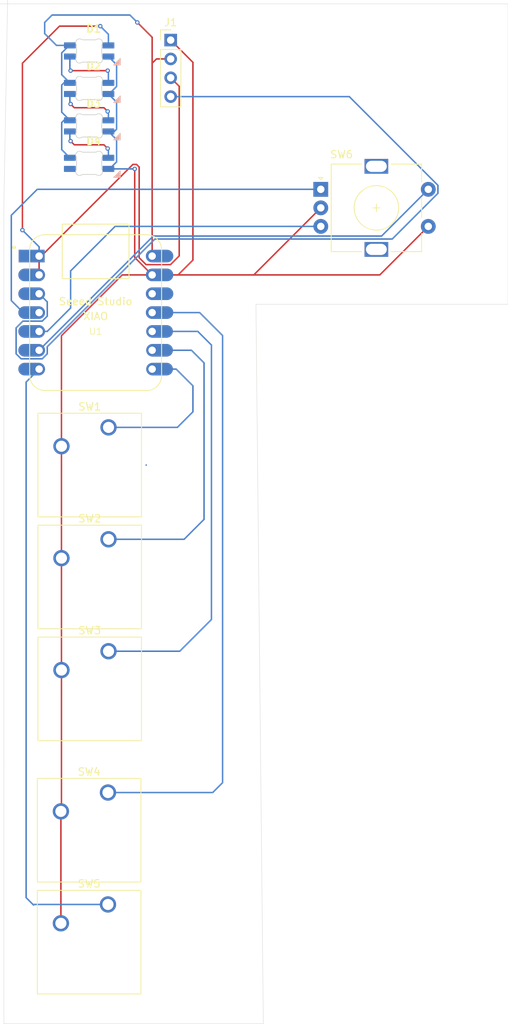
<source format=kicad_pcb>
(kicad_pcb (version 20241229) (generator "pcbnew") (generator_version "9.0")
  (layers (0 "F.Cu" signal) (2 "B.Cu" signal) (13 "F.Paste" user) (15 "B.Paste" user) (5 "F.SilkS" user "F.Silkscreen") (7 "B.SilkS" user "B.Silkscreen") (1 "F.Mask" user) (3 "B.Mask" user) (25 "Edge.Cuts" user))
  (net 0 "")
  (net 1 "Net-(J1-Pin_4)")
  (net 2 "Net-(U1-PA11_A3_D3)")
  (net 3 "GND")
  (net 4 "Net-(U1-PA5_A9_D9_MISO)")
  (net 5 "Net-(D1-DIN)")
  (net 6 "Net-(U1-PB08_A6_D6_TX)")
  (net 7 "Net-(U1-PA9_A5_D5_SCL)")
  (net 8 "Net-(U1-PA8_A4_D4_SDA)")
  (net 9 "Net-(D1-DOUT)")
  (net 10 "Net-(D2-DOUT)")
  (net 11 "Net-(D3-DOUT)")
  (footprint "Button_Switch_Keyboard:SW_Cherry_MX_1.00u_PCB" (layer "F.Cu") (at 128.54 133.92)
    (property "Reference" "SW5" (at -2.54 -2.794 0) (layer "F.SilkS"))
    (property "Value" "SW_Push")
    (fp_line (start -9.525 -1.905) (end 4.445 -1.905) (stroke (width 0.12)) (layer "F.SilkS"))
    (fp_line (start -9.525 12.065) (end -9.525 -1.905) (stroke (width 0.12)) (layer "F.SilkS"))
    (fp_line (start 4.445 -1.905) (end 4.445 12.065) (stroke (width 0.12)) (layer "F.SilkS"))
    (fp_line (start 4.445 12.065) (end -9.525 12.065) (stroke (width 0.12)) (layer "F.SilkS"))
    (pad "" np_thru_hole circle (at -7.62 5.08) (size 1.7 1.7) (drill 1.7) (layers "*.Cu" "*.Mask"))
    (pad "" np_thru_hole circle (at -2.54 5.08) (size 4 4) (drill 4) (layers "*.Cu" "*.Mask"))
    (pad "" np_thru_hole circle (at 2.54 5.08) (size 1.7 1.7) (drill 1.7) (layers "*.Cu" "*.Mask"))
    (pad "1" thru_hole circle (at 0 0) (size 2.2 2.2) (drill 1.5) (layers "*.Cu" "*.Mask") (net 6 "Net-(U1-PB08_A6_D6_TX)"))
    (pad "2" thru_hole circle (at -6.35 2.54) (size 2.2 2.2) (drill 1.5) (layers "*.Cu" "*.Mask") (net 3 "GND"))
  )
  (footprint "Button_Switch_Keyboard:SW_Cherry_MX_1.00u_PCB" (layer "F.Cu") (at 128.54 118.83)
    (property "Reference" "SW4" (at -2.54 -2.794 0) (layer "F.SilkS"))
    (property "Value" "SW_Push")
    (fp_line (start -9.525 -1.905) (end 4.445 -1.905) (stroke (width 0.12)) (layer "F.SilkS"))
    (fp_line (start -9.525 12.065) (end -9.525 -1.905) (stroke (width 0.12)) (layer "F.SilkS"))
    (fp_line (start 4.445 -1.905) (end 4.445 12.065) (stroke (width 0.12)) (layer "F.SilkS"))
    (fp_line (start 4.445 12.065) (end -9.525 12.065) (stroke (width 0.12)) (layer "F.SilkS"))
    (pad "" np_thru_hole circle (at -7.62 5.08) (size 1.7 1.7) (drill 1.7) (layers "*.Cu" "*.Mask"))
    (pad "" np_thru_hole circle (at -2.54 5.08) (size 4 4) (drill 4) (layers "*.Cu" "*.Mask"))
    (pad "" np_thru_hole circle (at 2.54 5.08) (size 1.7 1.7) (drill 1.7) (layers "*.Cu" "*.Mask"))
    (pad "1" thru_hole circle (at 0 0) (size 2.2 2.2) (drill 1.5) (layers "*.Cu" "*.Mask") (net 4 "Net-(U1-PA5_A9_D9_MISO)"))
    (pad "2" thru_hole circle (at -6.35 2.54) (size 2.2 2.2) (drill 1.5) (layers "*.Cu" "*.Mask") (net 3 "GND"))
  )
  (footprint "Rotary_Encoder:RotaryEncoder_Alps_EC11E-Switch_Vertical_H20mm" (layer "F.Cu") (at 157.25 37.5)
    (property "Reference" "SW6" (at 2.8 -4.7 0) (layer "F.SilkS"))
    (property "Value" "RotaryEncoder_Switch")
    (fp_line (start -0.3 -1.6) (end 0.3 -1.6) (stroke (width 0.12)) (layer "F.SilkS"))
    (fp_line (start 0 -1.3) (end -0.3 -1.6) (stroke (width 0.12)) (layer "F.SilkS"))
    (fp_line (start 0.3 -1.6) (end 0 -1.3) (stroke (width 0.12)) (layer "F.SilkS"))
    (fp_line (start 1.4 -3.4) (end 1.4 8.4) (stroke (width 0.12)) (layer "F.SilkS"))
    (fp_line (start 5.5 -3.4) (end 1.4 -3.4) (stroke (width 0.12)) (layer "F.SilkS"))
    (fp_line (start 5.5 8.4) (end 1.4 8.4) (stroke (width 0.12)) (layer "F.SilkS"))
    (fp_line (start 7 2.5) (end 8 2.5) (stroke (width 0.12)) (layer "F.SilkS"))
    (fp_line (start 7.5 2) (end 7.5 3) (stroke (width 0.12)) (layer "F.SilkS"))
    (fp_line (start 9.5 -3.4) (end 13.6 -3.4) (stroke (width 0.12)) (layer "F.SilkS"))
    (fp_line (start 13.6 -3.4) (end 13.6 -1) (stroke (width 0.12)) (layer "F.SilkS"))
    (fp_line (start 13.6 1.2) (end 13.6 3.8) (stroke (width 0.12)) (layer "F.SilkS"))
    (fp_line (start 13.6 6) (end 13.6 8.4) (stroke (width 0.12)) (layer "F.SilkS"))
    (fp_line (start 13.6 8.4) (end 9.5 8.4) (stroke (width 0.12)) (layer "F.SilkS"))
    (fp_circle (center 7.5 2.5) (end 10.5 2.5) (stroke (width 0.12)) (fill no) (layer "F.SilkS"))
    (pad "A" thru_hole rect (at 0 0) (size 2 2) (drill 1) (layers "*.Cu" "*.Mask") (net 2 "Net-(U1-PA11_A3_D3)"))
    (pad "B" thru_hole circle (at 0 5) (size 2 2) (drill 1) (layers "*.Cu" "*.Mask") (net 8 "Net-(U1-PA8_A4_D4_SDA)"))
    (pad "C" thru_hole circle (at 0 2.5) (size 2 2) (drill 1) (layers "*.Cu" "*.Mask") (net 3 "GND"))
    (pad "MP" thru_hole rect (at 7.5 -3.1) (size 3.2 2) (drill oval 2.8 1.5) (layers "*.Cu" "*.Mask"))
    (pad "MP" thru_hole rect (at 7.5 8.1) (size 3.2 2) (drill oval 2.8 1.5) (layers "*.Cu" "*.Mask"))
    (pad "S1" thru_hole circle (at 14.5 5) (size 2 2) (drill 1) (layers "*.Cu" "*.Mask") (net 3 "GND"))
    (pad "S2" thru_hole circle (at 14.5 0) (size 2 2) (drill 1) (layers "*.Cu" "*.Mask") (net 7 "Net-(U1-PA9_A5_D5_SCL)"))
  )
  (footprint "Button_Switch_Keyboard:SW_Cherry_MX_1.00u_PCB" (layer "F.Cu") (at 128.616 99.77747)
    (property "Reference" "SW3" (at -2.54 -2.794 0) (layer "F.SilkS"))
    (property "Value" "SW_Push")
    (fp_line (start -9.525 -1.905) (end 4.445 -1.905) (stroke (width 0.12)) (layer "F.SilkS"))
    (fp_line (start -9.525 12.065) (end -9.525 -1.905) (stroke (width 0.12)) (layer "F.SilkS"))
    (fp_line (start 4.445 -1.905) (end 4.445 12.065) (stroke (width 0.12)) (layer "F.SilkS"))
    (fp_line (start 4.445 12.065) (end -9.525 12.065) (stroke (width 0.12)) (layer "F.SilkS"))
    (pad "" np_thru_hole circle (at -7.62 5.08) (size 1.7 1.7) (drill 1.7) (layers "*.Cu" "*.Mask"))
    (pad "" np_thru_hole circle (at -2.54 5.08) (size 4 4) (drill 4) (layers "*.Cu" "*.Mask"))
    (pad "" np_thru_hole circle (at 2.54 5.08) (size 1.7 1.7) (drill 1.7) (layers "*.Cu" "*.Mask"))
    (pad "1" thru_hole circle (at 0 0) (size 2.2 2.2) (drill 1.5) (layers "*.Cu" "*.Mask") (net 4 "Net-(U1-PA5_A9_D9_MISO)"))
    (pad "2" thru_hole circle (at -6.35 2.54) (size 2.2 2.2) (drill 1.5) (layers "*.Cu" "*.Mask") (net 3 "GND"))
  )
  (footprint "Hackpad:SK6812MINI-E_fixed" (layer "F.Cu") (at 126 24)
    (property "Reference" "D2" (at 0.6 -3.1 0) (layer "F.SilkS") (effects (font (thickness 0.2) (bold yes))))
    (property "Value" "SK6812MINI-E")
    (fp_poly (pts (xy 4.200001 0.897158) (xy 3.300001 1.797158) (xy 4.200001 1.797158)) (stroke (width 0.1)) (fill yes) (layer "B.SilkS"))
    (fp_line (start -1.699998 0.6) (end -1.699998 -0.805684) (stroke (width 0.1)) (layer "Edge.Cuts"))
    (fp_line (start -0.794451 -1.602841) (end 0.794454 -1.602841) (stroke (width 0.1)) (layer "Edge.Cuts"))
    (fp_line (start 0.794453 1.397158) (end -0.794451 1.397158) (stroke (width 0.1)) (layer "Edge.Cuts"))
    (fp_line (start 1.7 -0.805684) (end 1.7 0.6) (stroke (width 0.1)) (layer "Edge.Cuts"))
    (fp_arc (start -1.749483 -1.022562) (mid -1.712526 -0.91691) (end -1.699998 -0.805684) (stroke (width 0.1)) (layer "Edge.Cuts"))
    (fp_arc (start -1.749483 -1.022562) (mid -1.63807 -1.606877) (end -1.04671 -1.671141) (stroke (width 0.1)) (layer "Edge.Cuts"))
    (fp_arc (start -1.699998 0.600001) (mid -1.712526 0.711226) (end -1.749483 0.816878) (stroke (width 0.1)) (layer "Edge.Cuts"))
    (fp_arc (start -1.04671 1.465455) (mid -1.638069 1.401192) (end -1.749483 0.816878) (stroke (width 0.1)) (layer "Edge.Cuts"))
    (fp_arc (start -1.046709 1.465457) (mid -0.925121 1.414535) (end -0.794451 1.397158) (stroke (width 0.1)) (layer "Edge.Cuts"))
    (fp_arc (start -0.794452 -1.602842) (mid -0.925122 -1.620219) (end -1.04671 -1.671141) (stroke (width 0.1)) (layer "Edge.Cuts"))
    (fp_arc (start 0.794453 1.397158) (mid 0.925124 1.414535) (end 1.046712 1.465457) (stroke (width 0.1)) (layer "Edge.Cuts"))
    (fp_arc (start 1.046712 -1.67114) (mid 0.925124 -1.620218) (end 0.794454 -1.602841) (stroke (width 0.1)) (layer "Edge.Cuts"))
    (fp_arc (start 1.046712 -1.67114) (mid 1.638072 -1.606876) (end 1.749485 -1.022562) (stroke (width 0.1)) (layer "Edge.Cuts"))
    (fp_arc (start 1.7 -0.805685) (mid 1.712528 -0.91691) (end 1.749485 -1.022562) (stroke (width 0.1)) (layer "Edge.Cuts"))
    (fp_arc (start 1.749485 0.816877) (mid 1.638073 1.401193) (end 1.046712 1.465457) (stroke (width 0.1)) (layer "Edge.Cuts"))
    (fp_arc (start 1.749485 0.816878) (mid 1.712528 0.711226) (end 1.7 0.6) (stroke (width 0.1)) (layer "Edge.Cuts"))
    (pad "1" smd roundrect (at -2.599999 -0.852842 270) (size 0.82 1.6) (layers "B.Cu" "B.Mask" "B.Paste") (roundrect_rratio 0.1) (net 3 "GND"))
    (pad "2" smd roundrect (at -2.599999 0.647158 270) (size 0.82 1.6) (layers "B.Cu" "B.Mask" "B.Paste") (roundrect_rratio 0.1) (net 10 "Net-(D2-DOUT)"))
    (pad "3" smd roundrect (at 2.600001 0.647158 270) (size 0.82 1.6) (layers "B.Cu" "B.Mask" "B.Paste") (roundrect_rratio 0.1) (net 3 "GND"))
    (pad "4" smd roundrect (at 2.600001 -0.852842 270) (size 0.82 1.6) (layers "B.Cu" "B.Mask" "B.Paste") (roundrect_rratio 0.1) (net 9 "Net-(D1-DOUT)"))
  )
  (footprint "Hackpad:XIAO-Generic-Hybrid-14P-2.54-21X17.8MM" (layer "F.Cu") (at 126.875 54.12)
    (property "Reference" "U1" (at 0 2.54 0) (layer "F.SilkS") (effects (font (size 0.889 0.889) (thickness 0.1016))))
    (property "Value" "MOUDLE-SEEEDUINO-XIAO" (hide yes))
    (fp_line (start -8.9 -8.5) (end -8.9 8.5) (stroke (width 0.127)) (layer "F.SilkS"))
    (fp_line (start -6.9 10.5) (end 6.9 10.5) (stroke (width 0.127)) (layer "F.SilkS"))
    (fp_line (start -4.5 -11.92403) (end 4.5 -11.92403) (stroke (width 0.127)) (layer "F.SilkS"))
    (fp_line (start -4.5 -4.57073) (end -4.5 -11.92403) (stroke (width 0.127)) (layer "F.SilkS"))
    (fp_line (start 4.5 -11.92403) (end 4.5 -4.57073) (stroke (width 0.127)) (layer "F.SilkS"))
    (fp_line (start 4.5 -4.57073) (end -4.5 -4.57073) (stroke (width 0.127)) (layer "F.SilkS"))
    (fp_line (start 6.9 -10.49909) (end -6.9 -10.49909) (stroke (width 0.127)) (layer "F.SilkS"))
    (fp_line (start 8.9 8.5) (end 8.9 -8.5) (stroke (width 0.127)) (layer "F.SilkS"))
    (fp_arc (start -8.9 -8.5) (mid -8.301491 -9.901491) (end -6.9 -10.5) (stroke (width 0.12)) (layer "F.SilkS"))
    (fp_arc (start -6.9 10.5) (mid -8.301423 9.901423) (end -8.9 8.5) (stroke (width 0.12)) (layer "F.SilkS"))
    (fp_arc (start 6.9 -10.5) (mid 8.301491 -9.901491) (end 8.9 -8.5) (stroke (width 0.12)) (layer "F.SilkS"))
    (fp_arc (start 8.9 8.5) (mid 8.314214 9.914214) (end 6.9 10.5) (stroke (width 0.12)) (layer "F.SilkS"))
    (fp_circle (center -11 -8.8) (end -11 -9.054) (fill yes) (layer "F.SilkS"))
    (fp_poly (pts (xy -8.887715 -8.561705) (xy -8.884667 -8.610473) (xy -8.880603 -8.659494)) (stroke (width 0.0254)) (fill no) (layer "F.SilkS"))
    (fp_poly (pts (xy 8.889492 8.521574) (xy 8.887713 8.57085) (xy 8.884665 8.619618) (xy 8.880601 8.668639) (xy 8.875268 8.717407) (xy 8.868664 8.766175) (xy 8.861044 8.81469) (xy 8.852153 8.86295) (xy 8.842248 8.910955)) (stroke (width 0.0254)) (fill no) (layer "F.SilkS"))
    (fp_text user "Seeed Studio" (at 0 -1.5 0) (layer "F.SilkS"))
    (fp_text user "XIAO" (at 0 0.5 0) (layer "F.SilkS"))
    (pad "1" thru_hole rect (at -7.625 -7.62) (size 3.5 1.7) (drill 1 (offset -1 0)) (layers "*.Cu" "*.Mask") (net 5 "Net-(D1-DIN)"))
    (pad "2" thru_hole oval (at -7.625 -5.08) (size 3.6 1.7) (drill 1 (offset -1 0)) (layers "*.Cu" "*.Mask") (net 5 "Net-(D1-DIN)"))
    (pad "3" thru_hole oval (at -7.625 -2.54) (size 3.6 1.7) (drill 1 (offset -1 0)) (layers "*.Cu" "*.Mask") (net 1 "Net-(J1-Pin_4)"))
    (pad "4" thru_hole oval (at -7.625 0) (size 3.6 1.7) (drill 1 (offset -1 0)) (layers "*.Cu" "*.Mask") (net 2 "Net-(U1-PA11_A3_D3)"))
    (pad "5" thru_hole oval (at -7.625 2.54) (size 3.6 1.7) (drill 1 (offset -1 0)) (layers "*.Cu" "*.Mask") (net 8 "Net-(U1-PA8_A4_D4_SDA)"))
    (pad "6" thru_hole oval (at -7.625 5.08 180) (size 3.6 1.7) (drill 1 (offset 1 0)) (layers "*.Cu" "*.Mask") (net 7 "Net-(U1-PA9_A5_D5_SCL)"))
    (pad "7" thru_hole oval (at -7.625 7.62) (size 3.6 1.7) (drill 1 (offset -1 0)) (layers "*.Cu" "*.Mask") (net 6 "Net-(U1-PB08_A6_D6_TX)"))
    (pad "8" thru_hole oval (at 7.625 7.62) (size 3.6 1.7) (drill 1 (offset 1 0)) (layers "*.Cu" "*.Mask") (net 4 "Net-(U1-PA5_A9_D9_MISO)"))
    (pad "9" thru_hole oval (at 7.625 5.08) (size 3.6 1.7) (drill 1 (offset 1 0)) (layers "*.Cu" "*.Mask") (net 4 "Net-(U1-PA5_A9_D9_MISO)"))
    (pad "10" thru_hole oval (at 7.625 2.54) (size 3.6 1.7) (drill 1 (offset 1 0)) (layers "*.Cu" "*.Mask") (net 4 "Net-(U1-PA5_A9_D9_MISO)"))
    (pad "11" thru_hole oval (at 7.625 0) (size 3.7 1.7) (drill 1 (offset 1 0)) (layers "*.Cu" "*.Mask") (net 4 "Net-(U1-PA5_A9_D9_MISO)"))
    (pad "12" thru_hole oval (at 7.625 -2.54) (size 3.7 1.7) (drill 1 (offset 1 0)) (layers "*.Cu" "*.Mask") (net 1 "Net-(J1-Pin_4)"))
    (pad "13" thru_hole oval (at 7.625 -5.08) (size 3.7 1.7) (drill 1 (offset 1 0)) (layers "*.Cu" "*.Mask") (net 3 "GND"))
    (pad "14" thru_hole oval (at 7.625 -7.62) (size 3.7 1.7) (drill 1 (offset 1 0)) (layers "*.Cu" "*.Mask") (net 3 "GND"))
  )
  (footprint "Button_Switch_Keyboard:SW_Cherry_MX_1.00u_PCB" (layer "F.Cu") (at 128.616 69.59747)
    (property "Reference" "SW1" (at -2.54 -2.794 0) (layer "F.SilkS"))
    (property "Value" "SW_Push")
    (fp_line (start -9.525 -1.905) (end 4.445 -1.905) (stroke (width 0.12)) (layer "F.SilkS"))
    (fp_line (start -9.525 12.065) (end -9.525 -1.905) (stroke (width 0.12)) (layer "F.SilkS"))
    (fp_line (start 4.445 -1.905) (end 4.445 12.065) (stroke (width 0.12)) (layer "F.SilkS"))
    (fp_line (start 4.445 12.065) (end -9.525 12.065) (stroke (width 0.12)) (layer "F.SilkS"))
    (pad "" np_thru_hole circle (at -7.62 5.08) (size 1.7 1.7) (drill 1.7) (layers "*.Cu" "*.Mask"))
    (pad "" np_thru_hole circle (at -2.54 5.08) (size 4 4) (drill 4) (layers "*.Cu" "*.Mask"))
    (pad "" np_thru_hole circle (at 2.54 5.08) (size 1.7 1.7) (drill 1.7) (layers "*.Cu" "*.Mask"))
    (pad "1" thru_hole circle (at 0 0) (size 2.2 2.2) (drill 1.5) (layers "*.Cu" "*.Mask") (net 4 "Net-(U1-PA5_A9_D9_MISO)"))
    (pad "2" thru_hole circle (at -6.35 2.54) (size 2.2 2.2) (drill 1.5) (layers "*.Cu" "*.Mask") (net 3 "GND"))
  )
  (footprint "Button_Switch_Keyboard:SW_Cherry_MX_1.00u_PCB" (layer "F.Cu") (at 128.616 84.68747)
    (property "Reference" "SW2" (at -2.54 -2.794 0) (layer "F.SilkS"))
    (property "Value" "SW_Push")
    (fp_line (start -9.525 -1.905) (end 4.445 -1.905) (stroke (width 0.12)) (layer "F.SilkS"))
    (fp_line (start -9.525 12.065) (end -9.525 -1.905) (stroke (width 0.12)) (layer "F.SilkS"))
    (fp_line (start 4.445 -1.905) (end 4.445 12.065) (stroke (width 0.12)) (layer "F.SilkS"))
    (fp_line (start 4.445 12.065) (end -9.525 12.065) (stroke (width 0.12)) (layer "F.SilkS"))
    (pad "" np_thru_hole circle (at -7.62 5.08) (size 1.7 1.7) (drill 1.7) (layers "*.Cu" "*.Mask"))
    (pad "" np_thru_hole circle (at -2.54 5.08) (size 4 4) (drill 4) (layers "*.Cu" "*.Mask"))
    (pad "" np_thru_hole circle (at 2.54 5.08) (size 1.7 1.7) (drill 1.7) (layers "*.Cu" "*.Mask"))
    (pad "1" thru_hole circle (at 0 0) (size 2.2 2.2) (drill 1.5) (layers "*.Cu" "*.Mask") (net 4 "Net-(U1-PA5_A9_D9_MISO)"))
    (pad "2" thru_hole circle (at -6.35 2.54) (size 2.2 2.2) (drill 1.5) (layers "*.Cu" "*.Mask") (net 3 "GND"))
  )
  (footprint "Connector_PinHeader_2.54mm:PinHeader_1x04_P2.54mm_Vertical" (layer "F.Cu") (at 137 17.38)
    (property "Reference" "J1" (at 0 -2.38 0) (layer "F.SilkS"))
    (property "Value" "Conn_01x04_Pin")
    (fp_line (start -1.38 -1.38) (end 0 -1.38) (stroke (width 0.12)) (layer "F.SilkS"))
    (fp_line (start -1.38 0) (end -1.38 -1.38) (stroke (width 0.12)) (layer "F.SilkS"))
    (fp_line (start -1.38 1.27) (end -1.38 9) (stroke (width 0.12)) (layer "F.SilkS"))
    (fp_line (start -1.38 1.27) (end 1.38 1.27) (stroke (width 0.12)) (layer "F.SilkS"))
    (fp_line (start -1.38 9) (end 1.38 9) (stroke (width 0.12)) (layer "F.SilkS"))
    (fp_line (start 1.38 1.27) (end 1.38 9) (stroke (width 0.12)) (layer "F.SilkS"))
    (pad "1" thru_hole rect (at 0 0) (size 1.7 1.7) (drill 1) (layers "*.Cu" "*.Mask") (net 3 "GND"))
    (pad "2" thru_hole circle (at 0 2.54) (size 1.7 1.7) (drill 1) (layers "*.Cu" "*.Mask") (net 3 "GND"))
    (pad "3" thru_hole circle (at 0 5.08) (size 1.7 1.7) (drill 1) (layers "*.Cu" "*.Mask") (net 5 "Net-(D1-DIN)"))
    (pad "4" thru_hole circle (at 0 7.62) (size 1.7 1.7) (drill 1) (layers "*.Cu" "*.Mask") (net 1 "Net-(J1-Pin_4)"))
  )
  (footprint "Hackpad:SK6812MINI-E_fixed" (layer "F.Cu") (at 126 18.95)
    (property "Reference" "D1" (at 0.6 -3.1 0) (layer "F.SilkS") (effects (font (thickness 0.2) (bold yes))))
    (property "Value" "SK6812MINI-E")
    (fp_poly (pts (xy 4.200001 0.897158) (xy 3.300001 1.797158) (xy 4.200001 1.797158)) (stroke (width 0.1)) (fill yes) (layer "B.SilkS"))
    (fp_line (start -1.699998 0.6) (end -1.699998 -0.805684) (stroke (width 0.1)) (layer "Edge.Cuts"))
    (fp_line (start -0.794451 -1.602841) (end 0.794454 -1.602841) (stroke (width 0.1)) (layer "Edge.Cuts"))
    (fp_line (start 0.794453 1.397158) (end -0.794451 1.397158) (stroke (width 0.1)) (layer "Edge.Cuts"))
    (fp_line (start 1.7 -0.805684) (end 1.7 0.6) (stroke (width 0.1)) (layer "Edge.Cuts"))
    (fp_arc (start -1.749483 -1.022562) (mid -1.712526 -0.91691) (end -1.699998 -0.805684) (stroke (width 0.1)) (layer "Edge.Cuts"))
    (fp_arc (start -1.749483 -1.022562) (mid -1.63807 -1.606877) (end -1.04671 -1.671141) (stroke (width 0.1)) (layer "Edge.Cuts"))
    (fp_arc (start -1.699998 0.600001) (mid -1.712526 0.711226) (end -1.749483 0.816878) (stroke (width 0.1)) (layer "Edge.Cuts"))
    (fp_arc (start -1.04671 1.465455) (mid -1.638069 1.401192) (end -1.749483 0.816878) (stroke (width 0.1)) (layer "Edge.Cuts"))
    (fp_arc (start -1.046709 1.465457) (mid -0.925121 1.414535) (end -0.794451 1.397158) (stroke (width 0.1)) (layer "Edge.Cuts"))
    (fp_arc (start -0.794452 -1.602842) (mid -0.925122 -1.620219) (end -1.04671 -1.671141) (stroke (width 0.1)) (layer "Edge.Cuts"))
    (fp_arc (start 0.794453 1.397158) (mid 0.925124 1.414535) (end 1.046712 1.465457) (stroke (width 0.1)) (layer "Edge.Cuts"))
    (fp_arc (start 1.046712 -1.67114) (mid 0.925124 -1.620218) (end 0.794454 -1.602841) (stroke (width 0.1)) (layer "Edge.Cuts"))
    (fp_arc (start 1.046712 -1.67114) (mid 1.638072 -1.606876) (end 1.749485 -1.022562) (stroke (width 0.1)) (layer "Edge.Cuts"))
    (fp_arc (start 1.7 -0.805685) (mid 1.712528 -0.91691) (end 1.749485 -1.022562) (stroke (width 0.1)) (layer "Edge.Cuts"))
    (fp_arc (start 1.749485 0.816877) (mid 1.638073 1.401193) (end 1.046712 1.465457) (stroke (width 0.1)) (layer "Edge.Cuts"))
    (fp_arc (start 1.749485 0.816878) (mid 1.712528 0.711226) (end 1.7 0.6) (stroke (width 0.1)) (layer "Edge.Cuts"))
    (pad "1" smd roundrect (at -2.599999 -0.852842 270) (size 0.82 1.6) (layers "B.Cu" "B.Mask" "B.Paste") (roundrect_rratio 0.1) (net 3 "GND"))
    (pad "2" smd roundrect (at -2.599999 0.647158 270) (size 0.82 1.6) (layers "B.Cu" "B.Mask" "B.Paste") (roundrect_rratio 0.1) (net 9 "Net-(D1-DOUT)"))
    (pad "3" smd roundrect (at 2.600001 0.647158 270) (size 0.82 1.6) (layers "B.Cu" "B.Mask" "B.Paste") (roundrect_rratio 0.1) (net 3 "GND"))
    (pad "4" smd roundrect (at 2.600001 -0.852842 270) (size 0.82 1.6) (layers "B.Cu" "B.Mask" "B.Paste") (roundrect_rratio 0.1) (net 5 "Net-(D1-DIN)"))
  )
  (footprint "Hackpad:SK6812MINI-E_fixed" (layer "F.Cu") (at 126 29.05)
    (property "Reference" "D3" (at 0.6 -3.1 0) (layer "F.SilkS") (effects (font (thickness 0.2) (bold yes))))
    (property "Value" "SK6812MINI-E")
    (fp_poly (pts (xy 4.200001 0.897158) (xy 3.300001 1.797158) (xy 4.200001 1.797158)) (stroke (width 0.1)) (fill yes) (layer "B.SilkS"))
    (fp_line (start -1.699998 0.6) (end -1.699998 -0.805684) (stroke (width 0.1)) (layer "Edge.Cuts"))
    (fp_line (start -0.794451 -1.602841) (end 0.794454 -1.602841) (stroke (width 0.1)) (layer "Edge.Cuts"))
    (fp_line (start 0.794453 1.397158) (end -0.794451 1.397158) (stroke (width 0.1)) (layer "Edge.Cuts"))
    (fp_line (start 1.7 -0.805684) (end 1.7 0.6) (stroke (width 0.1)) (layer "Edge.Cuts"))
    (fp_arc (start -1.749483 -1.022562) (mid -1.712526 -0.91691) (end -1.699998 -0.805684) (stroke (width 0.1)) (layer "Edge.Cuts"))
    (fp_arc (start -1.749483 -1.022562) (mid -1.63807 -1.606877) (end -1.04671 -1.671141) (stroke (width 0.1)) (layer "Edge.Cuts"))
    (fp_arc (start -1.699998 0.600001) (mid -1.712526 0.711226) (end -1.749483 0.816878) (stroke (width 0.1)) (layer "Edge.Cuts"))
    (fp_arc (start -1.04671 1.465455) (mid -1.638069 1.401192) (end -1.749483 0.816878) (stroke (width 0.1)) (layer "Edge.Cuts"))
    (fp_arc (start -1.046709 1.465457) (mid -0.925121 1.414535) (end -0.794451 1.397158) (stroke (width 0.1)) (layer "Edge.Cuts"))
    (fp_arc (start -0.794452 -1.602842) (mid -0.925122 -1.620219) (end -1.04671 -1.671141) (stroke (width 0.1)) (layer "Edge.Cuts"))
    (fp_arc (start 0.794453 1.397158) (mid 0.925124 1.414535) (end 1.046712 1.465457) (stroke (width 0.1)) (layer "Edge.Cuts"))
    (fp_arc (start 1.046712 -1.67114) (mid 0.925124 -1.620218) (end 0.794454 -1.602841) (stroke (width 0.1)) (layer "Edge.Cuts"))
    (fp_arc (start 1.046712 -1.67114) (mid 1.638072 -1.606876) (end 1.749485 -1.022562) (stroke (width 0.1)) (layer "Edge.Cuts"))
    (fp_arc (start 1.7 -0.805685) (mid 1.712528 -0.91691) (end 1.749485 -1.022562) (stroke (width 0.1)) (layer "Edge.Cuts"))
    (fp_arc (start 1.749485 0.816877) (mid 1.638073 1.401193) (end 1.046712 1.465457) (stroke (width 0.1)) (layer "Edge.Cuts"))
    (fp_arc (start 1.749485 0.816878) (mid 1.712528 0.711226) (end 1.7 0.6) (stroke (width 0.1)) (layer "Edge.Cuts"))
    (pad "1" smd roundrect (at -2.599999 -0.852842 270) (size 0.82 1.6) (layers "B.Cu" "B.Mask" "B.Paste") (roundrect_rratio 0.1) (net 3 "GND"))
    (pad "2" smd roundrect (at -2.599999 0.647158 270) (size 0.82 1.6) (layers "B.Cu" "B.Mask" "B.Paste") (roundrect_rratio 0.1) (net 11 "Net-(D3-DOUT)"))
    (pad "3" smd roundrect (at 2.600001 0.647158 270) (size 0.82 1.6) (layers "B.Cu" "B.Mask" "B.Paste") (roundrect_rratio 0.1) (net 3 "GND"))
    (pad "4" smd roundrect (at 2.600001 -0.852842 270) (size 0.82 1.6) (layers "B.Cu" "B.Mask" "B.Paste") (roundrect_rratio 0.1) (net 10 "Net-(D2-DOUT)"))
  )
  (footprint "Hackpad:SK6812MINI-E_fixed" (layer "F.Cu") (at 126 34.1)
    (property "Reference" "D4" (at 0.6 -3.1 0) (layer "F.SilkS") (effects (font (thickness 0.2) (bold yes))))
    (property "Value" "SK6812MINI-E")
    (fp_poly (pts (xy 4.200001 0.897158) (xy 3.300001 1.797158) (xy 4.200001 1.797158)) (stroke (width 0.1)) (fill yes) (layer "B.SilkS"))
    (fp_line (start -1.699998 0.6) (end -1.699998 -0.805684) (stroke (width 0.1)) (layer "Edge.Cuts"))
    (fp_line (start -0.794451 -1.602841) (end 0.794454 -1.602841) (stroke (width 0.1)) (layer "Edge.Cuts"))
    (fp_line (start 0.794453 1.397158) (end -0.794451 1.397158) (stroke (width 0.1)) (layer "Edge.Cuts"))
    (fp_line (start 1.7 -0.805684) (end 1.7 0.6) (stroke (width 0.1)) (layer "Edge.Cuts"))
    (fp_arc (start -1.749483 -1.022562) (mid -1.712526 -0.91691) (end -1.699998 -0.805684) (stroke (width 0.1)) (layer "Edge.Cuts"))
    (fp_arc (start -1.749483 -1.022562) (mid -1.63807 -1.606877) (end -1.04671 -1.671141) (stroke (width 0.1)) (layer "Edge.Cuts"))
    (fp_arc (start -1.699998 0.600001) (mid -1.712526 0.711226) (end -1.749483 0.816878) (stroke (width 0.1)) (layer "Edge.Cuts"))
    (fp_arc (start -1.04671 1.465455) (mid -1.638069 1.401192) (end -1.749483 0.816878) (stroke (width 0.1)) (layer "Edge.Cuts"))
    (fp_arc (start -1.046709 1.465457) (mid -0.925121 1.414535) (end -0.794451 1.397158) (stroke (width 0.1)) (layer "Edge.Cuts"))
    (fp_arc (start -0.794452 -1.602842) (mid -0.925122 -1.620219) (end -1.04671 -1.671141) (stroke (width 0.1)) (layer "Edge.Cuts"))
    (fp_arc (start 0.794453 1.397158) (mid 0.925124 1.414535) (end 1.046712 1.465457) (stroke (width 0.1)) (layer "Edge.Cuts"))
    (fp_arc (start 1.046712 -1.67114) (mid 0.925124 -1.620218) (end 0.794454 -1.602841) (stroke (width 0.1)) (layer "Edge.Cuts"))
    (fp_arc (start 1.046712 -1.67114) (mid 1.638072 -1.606876) (end 1.749485 -1.022562) (stroke (width 0.1)) (layer "Edge.Cuts"))
    (fp_arc (start 1.7 -0.805685) (mid 1.712528 -0.91691) (end 1.749485 -1.022562) (stroke (width 0.1)) (layer "Edge.Cuts"))
    (fp_arc (start 1.749485 0.816877) (mid 1.638073 1.401193) (end 1.046712 1.465457) (stroke (width 0.1)) (layer "Edge.Cuts"))
    (fp_arc (start 1.749485 0.816878) (mid 1.712528 0.711226) (end 1.7 0.6) (stroke (width 0.1)) (layer "Edge.Cuts"))
    (pad "1" smd roundrect (at -2.599999 -0.852842 270) (size 0.82 1.6) (layers "B.Cu" "B.Mask" "B.Paste") (roundrect_rratio 0.1) (net 3 "GND"))
    (pad "2" smd roundrect (at -2.599999 0.647158 270) (size 0.82 1.6) (layers "B.Cu" "B.Mask" "B.Paste") (roundrect_rratio 0.1))
    (pad "3" smd roundrect (at 2.600001 0.647158 270) (size 0.82 1.6) (layers "B.Cu" "B.Mask" "B.Paste") (roundrect_rratio 0.1) (net 3 "GND"))
    (pad "4" smd roundrect (at 2.600001 -0.852842 270) (size 0.82 1.6) (layers "B.Cu" "B.Mask" "B.Paste") (roundrect_rratio 0.1) (net 11 "Net-(D3-DOUT)"))
  )
  (gr_line (start 114.5 115.5) (end 114.5 39.5) (stroke (width 0.05)) (layer "Edge.Cuts"))
  (gr_line (start 148.5 53) (end 182.5 53) (stroke (width 0.05)) (layer "Edge.Cuts"))
  (gr_line (start 115 12) (end 114.5 39.5) (stroke (width 0.05)) (layer "Edge.Cuts"))
  (gr_line (start 182.5 12.5) (end 114 12.5) (stroke (width 0.05)) (layer "Edge.Cuts"))
  (gr_line (start 114.5 150) (end 149.5 150) (stroke (width 0.05)) (layer "Edge.Cuts"))
  (gr_line (start 182.5 53) (end 182.5 12.5) (stroke (width 0.05)) (layer "Edge.Cuts"))
  (gr_line (start 149.5 150) (end 148.5 53) (stroke (width 0.05)) (layer "Edge.Cuts"))
  (gr_line (start 114.5 115.5) (end 114.5 150) (stroke (width 0.05)) (layer "Edge.Cuts"))
  (segment (start 133.696 74.67747) (end 133.701 74.67747) (width 0.2) (layer "B.Cu") (net 0))
  (segment (start 117.06124 55.271) (end 119.67676 55.271) (width 0.2) (layer "B.Cu") (net 1))
  (segment (start 120.351 59.67676) (end 119.67676 60.351) (width 0.2) (layer "B.Cu") (net 1))
  (segment (start 161.089892 25) (end 173.051 36.961108) (width 0.2) (layer "B.Cu") (net 1))
  (segment (start 116.82324 60.351) (end 116.149 59.67676) (width 0.2) (layer "B.Cu") (net 1))
  (segment (start 116.149 56.18324) (end 117.06124 55.271) (width 0.2) (layer "B.Cu") (net 1))
  (segment (start 119.67676 60.351) (end 116.82324 60.351) (width 0.2) (layer "B.Cu") (net 1))
  (segment (start 116.149 59.67676) (end 116.149 56.18324) (width 0.2) (layer "B.Cu") (net 1))
  (segment (start 173.051 36.961108) (end 173.051 38.038892) (width 0.2) (layer "B.Cu") (net 1))
  (segment (start 120.351 58.72324) (end 120.351 59.67676) (width 0.2) (layer "B.Cu") (net 1))
  (segment (start 137 25) (end 161.089892 25) (width 0.2) (layer "B.Cu") (net 1))
  (segment (start 120.351 54.59676) (end 120.351 52.681) (width 0.2) (layer "B.Cu") (net 1))
  (segment (start 134.87224 44.202) (end 120.351 58.72324) (width 0.2) (layer "B.Cu") (net 1))
  (segment (start 119.67676 55.271) (end 120.351 54.59676) (width 0.2) (layer "B.Cu") (net 1))
  (segment (start 166.887892 44.202) (end 134.87224 44.202) (width 0.2) (layer "B.Cu") (net 1))
  (segment (start 173.051 38.038892) (end 166.887892 44.202) (width 0.2) (layer "B.Cu") (net 1))
  (segment (start 120.351 52.681) (end 119.25 51.58) (width 0.2) (layer "B.Cu") (net 1))
  (segment (start 115.5 41) (end 115.5 52.5) (width 0.2) (layer "B.Cu") (net 2))
  (segment (start 157.25 37.5) (end 119 37.5) (width 0.2) (layer "B.Cu") (net 2))
  (segment (start 117.12 54.12) (end 119.25 54.12) (width 0.2) (layer "B.Cu") (net 2))
  (segment (start 119 37.5) (end 115.5 41) (width 0.2) (layer "B.Cu") (net 2))
  (segment (start 115.5 52.5) (end 117.12 54.12) (width 0.2) (layer "B.Cu") (net 2))
  (segment (start 134.5 17) (end 134.5 20.5) (width 0.2) (layer "F.Cu") (net 3))
  (segment (start 157.25 40) (end 148.21 49.04) (width 0.2) (layer "F.Cu") (net 3))
  (segment (start 135.08 19.92) (end 134.5 20.5) (width 0.2) (layer "F.Cu") (net 3))
  (segment (start 171.75 42.5) (end 165.21 49.04) (width 0.2) (layer "F.Cu") (net 3))
  (segment (start 132.5 15) (end 134.5 17) (width 0.2) (layer "F.Cu") (net 3))
  (segment (start 122.266 102.31747) (end 122.266 87.22747) (width 0.2) (layer "F.Cu") (net 3))
  (segment (start 137 17.38) (end 140 20.38) (width 0.2) (layer "F.Cu") (net 3))
  (segment (start 122.266 57.234) (end 130.46 49.04) (width 0.2) (layer "F.Cu") (net 3))
  (segment (start 122.266 72.13747) (end 122.266 87.22747) (width 0.2) (layer "F.Cu") (net 3))
  (segment (start 138 49.04) (end 134.5 49.04) (width 0.2) (layer "F.Cu") (net 3))
  (segment (start 132.148158 46.688158) (end 134.5 49.04) (width 0.2) (layer "F.Cu") (net 3))
  (segment (start 122.266 102.31747) (end 122.266 121.294) (width 0.2) (layer "F.Cu") (net 3))
  (segment (start 137 19.92) (end 135.08 19.92) (width 0.2) (layer "F.Cu") (net 3))
  (segment (start 148.21 49.04) (end 138 49.04) (width 0.2) (layer "F.Cu") (net 3))
  (segment (start 122.266 72.13747) (end 122.266 57.234) (width 0.2) (layer "F.Cu") (net 3))
  (segment (start 165.21 49.04) (end 148.21 49.04) (width 0.2) (layer "F.Cu") (net 3))
  (segment (start 122.266 72.13747) (end 122.36253 72.13747) (width 0.2) (layer "F.Cu") (net 3))
  (segment (start 132.148158 34.747158) (end 132.148158 46.688158) (width 0.2) (layer "F.Cu") (net 3))
  (segment (start 140 47.04) (end 138 49.04) (width 0.2) (layer "F.Cu") (net 3))
  (segment (start 122.19 136.46) (end 122.19 121.37) (width 0.2) (layer "F.Cu") (net 3))
  (segment (start 140 20.38) (end 140 47.04) (width 0.2) (layer "F.Cu") (net 3))
  (segment (start 134.5 20.5) (end 134.5 46.5) (width 0.2) (layer "F.Cu") (net 3))
  (segment (start 130.46 49.04) (end 134.5 49.04) (width 0.2) (layer "F.Cu") (net 3))
  (segment (start 122.266 121.294) (end 122.19 121.37) (width 0.2) (layer "F.Cu") (net 3))
  (segment (start 122.36253 72.13747) (end 122.5 72) (width 0.2) (layer "F.Cu") (net 3))
  (via (at 132.148158 34.747158) (size 0.6) (drill 0.3) (layers "F.Cu" "B.Cu") (net 3))
  (via (at 132.5 15) (size 0.6) (drill 0.3) (layers "F.Cu" "B.Cu") (net 3))
  (segment (start 128.600001 24.647158) (end 129.701001 25.748158) (width 0.2) (layer "B.Cu") (net 3))
  (segment (start 122.299001 28.498158) (end 122.600001 28.197158) (width 0.2) (layer "B.Cu") (net 3))
  (segment (start 128.752842 34.747158) (end 128.600001 34.747158) (width 0.2) (layer "B.Cu") (net 3))
  (segment (start 123.400001 33.247158) (end 122.299001 32.146158) (width 0.2) (layer "B.Cu") (net 3))
  (segment (start 123.400001 23.147158) (end 122.299001 22.046158) (width 0.2) (layer "B.Cu") (net 3))
  (segment (start 128.600001 34.747158) (end 132.148158 34.747158) (width 0.2) (layer "B.Cu") (net 3))
  (segment (start 123.400001 18.097158) (end 121.597158 18.097158) (width 0.2) (layer "B.Cu") (net 3))
  (segment (start 122.600001 23.147158) (end 123.400001 23.147158) (width 0.2) (layer "B.Cu") (net 3))
  (segment (start 128.689915 24.647158) (end 128.600001 24.647158) (width 0.2) (layer "B.Cu") (net 3))
  (segment (start 123.400001 28.197158) (end 122.299001 27.096158) (width 0.2) (layer "B.Cu") (net 3))
  (segment (start 121.597158 18.097158) (end 120 16.5) (width 0.2) (layer "B.Cu") (net 3))
  (segment (start 120 16.5) (end 120 15) (width 0.2) (layer "B.Cu") (net 3))
  (segment (start 122.299001 27.096158) (end 122.299001 23.448158) (width 0.2) (layer "B.Cu") (net 3))
  (segment (start 122.600001 28.197158) (end 123.400001 28.197158) (width 0.2) (layer "B.Cu") (net 3))
  (segment (start 129.701001 23.636072) (end 128.689915 24.647158) (width 0.2) (layer "B.Cu") (net 3))
  (segment (start 122.299001 23.448158) (end 122.600001 23.147158) (width 0.2) (layer "B.Cu") (net 3))
  (segment (start 128.600001 29.697158) (end 129.701001 30.798158) (width 0.2) (layer "B.Cu") (net 3))
  (segment (start 129.400001 29.697158) (end 128.600001 29.697158) (width 0.2) (layer "B.Cu") (net 3))
  (segment (start 129.701001 30.798158) (end 129.701001 33.798999) (width 0.2) (layer "B.Cu") (net 3))
  (segment (start 128.600001 19.597158) (end 129.701001 20.698158) (width 0.2) (layer "B.Cu") (net 3))
  (segment (start 129.701001 33.798999) (end 128.752842 34.747158) (width 0.2) (layer "B.Cu") (net 3))
  (segment (start 122.299001 19.108244) (end 123.310087 18.097158) (width 0.2) (layer "B.Cu") (net 3))
  (segment (start 120 15) (end 121 14) (width 0.2) (layer "B.Cu") (net 3))
  (segment (start 131.5 14) (end 132.5 15) (width 0.2) (layer "B.Cu") (net 3))
  (segment (start 129.701001 25.748158) (end 129.701001 29.396158) (width 0.2) (layer "B.Cu") (net 3))
  (segment (start 122.299001 22.046158) (end 122.299001 19.108244) (width 0.2) (layer "B.Cu") (net 3))
  (segment (start 122.299001 32.146158) (end 122.299001 28.498158) (width 0.2) (layer "B.Cu") (net 3))
  (segment (start 123.310087 18.097158) (end 123.400001 18.097158) (width 0.2) (layer "B.Cu") (net 3))
  (segment (start 129.701001 29.396158) (end 129.400001 29.697158) (width 0.2) (layer "B.Cu") (net 3))
  (segment (start 121 14) (end 131.5 14) (width 0.2) (layer "B.Cu") (net 3))
  (segment (start 129.701001 20.698158) (end 129.701001 23.636072) (width 0.2) (layer "B.Cu") (net 3))
  (segment (start 140.90576 54.12) (end 134.5 54.12) (width 0.2) (layer "B.Cu") (net 4))
  (segment (start 128.616 84.68747) (end 138.81253 84.68747) (width 0.2) (layer "B.Cu") (net 4))
  (segment (start 142.5 58.5) (end 140.66 56.66) (width 0.2) (layer "B.Cu") (net 4))
  (segment (start 128.54 118.83) (end 142.67 118.83) (width 0.2) (layer "B.Cu") (net 4))
  (segment (start 128.616 84.616) (end 128.5 84.5) (width 0.2) (layer "B.Cu") (net 4))
  (segment (start 139.84 56.66) (end 134.5 56.66) (width 0.2) (layer "B.Cu") (net 4))
  (segment (start 142.67 118.83) (end 144 117.5) (width 0.2) (layer "B.Cu") (net 4))
  (segment (start 128.616 99.77747) (end 138.22253 99.77747) (width 0.2) (layer "B.Cu") (net 4))
  (segment (start 141.5 82) (end 141.5 60.9) (width 0.2) (layer "B.Cu") (net 4))
  (segment (start 138.81253 84.68747) (end 141.5 82) (width 0.2) (layer "B.Cu") (net 4))
  (segment (start 144 117.5) (end 144 57.21424) (width 0.2) (layer "B.Cu") (net 4))
  (segment (start 140 67.5) (end 140 64) (width 0.2) (layer "B.Cu") (net 4))
  (segment (start 140 64) (end 137.74 61.74) (width 0.2) (layer "B.Cu") (net 4))
  (segment (start 137.90253 69.59747) (end 140 67.5) (width 0.2) (layer "B.Cu") (net 4))
  (segment (start 128.616 69.59747) (end 137.90253 69.59747) (width 0.2) (layer "B.Cu") (net 4))
  (segment (start 139.8 59.2) (end 134.5 59.2) (width 0.2) (layer "B.Cu") (net 4))
  (segment (start 144 57.21424) (end 140.90576 54.12) (width 0.2) (layer "B.Cu") (net 4))
  (segment (start 141.5 60.9) (end 139.8 59.2) (width 0.2) (layer "B.Cu") (net 4))
  (segment (start 138.22253 99.77747) (end 142.5 95.5) (width 0.2) (layer "B.Cu") (net 4))
  (segment (start 128.616 84.68747) (end 128.616 84.616) (width 0.2) (layer "B.Cu") (net 4))
  (segment (start 140.66 56.66) (end 139.84 56.66) (width 0.2) (layer "B.Cu") (net 4))
  (segment (start 142.5 95.5) (end 142.5 58.5) (width 0.2) (layer "B.Cu") (net 4))
  (segment (start 137.74 61.74) (end 134.5 61.74) (width 0.2) (layer "B.Cu") (net 4))
  (segment (start 117 20.5) (end 117 43) (width 0.2) (layer "F.Cu") (net 5))
  (segment (start 127.5 15.5) (end 122 15.5) (width 0.2) (layer "F.Cu") (net 5))
  (segment (start 131.899215 34.146158) (end 119.25 46.795373) (width 0.2) (layer "F.Cu") (net 5))
  (segment (start 133.6781 47.651) (end 132.749158 46.722058) (width 0.2) (layer "F.Cu") (net 5))
  (segment (start 137 22.46) (end 138.151 23.611) (width 0.2) (layer "F.Cu") (net 5))
  (segment (start 132.397101 34.146158) (end 131.899215 34.146158) (width 0.2) (layer "F.Cu") (net 5))
  (segment (start 122 15.5) (end 119 18.5) (width 0.2) (layer "F.Cu") (net 5))
  (segment (start 132.749158 34.498215) (end 132.397101 34.146158) (width 0.2) (layer "F.Cu") (net 5))
  (segment (start 119.25 46.795373) (end 119.25 49.04) (width 0.2) (layer "F.Cu") (net 5))
  (segment (start 119 18.5) (end 117 20.5) (width 0.2) (layer "F.Cu") (net 5))
  (segment (start 138.151 46.47676) (end 136.97676 47.651) (width 0.2) (layer "F.Cu") (net 5))
  (segment (start 136.97676 47.651) (end 133.6781 47.651) (width 0.2) (layer "F.Cu") (net 5))
  (segment (start 138.151 23.611) (end 138.151 46.47676) (width 0.2) (layer "F.Cu") (net 5))
  (segment (start 132.749158 46.722058) (end 132.749158 34.498215) (width 0.2) (layer "F.Cu") (net 5))
  (via (at 127.5 15.5) (size 0.6) (drill 0.3) (layers "F.Cu" "B.Cu") (net 5))
  (via (at 117 43) (size 0.6) (drill 0.3) (layers "F.Cu" "B.Cu") (net 5))
  (segment (start 128.600001 18.097158) (end 128.600001 16.600001) (width 0.2) (layer "B.Cu") (net 5))
  (segment (start 128.600001 16.600001) (end 127.5 15.5) (width 0.2) (layer "B.Cu") (net 5))
  (segment (start 117 43) (end 119.25 45.25) (width 0.2) (layer "B.Cu") (net 5))
  (segment (start 119.25 45.25) (end 119.25 46.5) (width 0.2) (layer "B.Cu") (net 5))
  (segment (start 118.58 133.92) (end 118.5 134) (width 0.2) (layer "B.Cu") (net 6))
  (segment (start 118.5 134) (end 117.5 133) (width 0.2) (layer "B.Cu") (net 6))
  (segment (start 128.54 133.92) (end 118.58 133.92) (width 0.2) (layer "B.Cu") (net 6))
  (segment (start 117.5 133) (end 117.5 63.49) (width 0.2) (layer "B.Cu") (net 6))
  (segment (start 117.5 63.49) (end 119.25 61.74) (width 0.2) (layer "B.Cu") (net 6))
  (segment (start 134.649 43.801) (end 119.25 59.2) (width 0.2) (layer "B.Cu") (net 7))
  (segment (start 171.75 37.5) (end 165.449 43.801) (width 0.2) (layer "B.Cu") (net 7))
  (segment (start 165.449 43.801) (end 134.649 43.801) (width 0.2) (layer "B.Cu") (net 7))
  (segment (start 121.5 55.5) (end 120.34 56.66) (width 0.2) (layer "B.Cu") (net 8))
  (segment (start 157.25 42.5) (end 129.5 42.5) (width 0.2) (layer "B.Cu") (net 8))
  (segment (start 123.5 48.5) (end 123.5 53.5) (width 0.2) (layer "B.Cu") (net 8))
  (segment (start 129.5 42.5) (end 123.5 48.5) (width 0.2) (layer "B.Cu") (net 8))
  (segment (start 123.5 53.5) (end 121.5 55.5) (width 0.2) (layer "B.Cu") (net 8))
  (segment (start 120.34 56.66) (end 119.25 56.66) (width 0.2) (layer "B.Cu") (net 8))
  (segment (start 123.5 21.5) (end 128.5 21.5) (width 0.2) (layer "F.Cu") (net 9))
  (via (at 123.5 21.5) (size 0.6) (drill 0.3) (layers "F.Cu" "B.Cu") (net 9))
  (via (at 128.5 21.5) (size 0.6) (drill 0.3) (layers "F.Cu" "B.Cu") (net 9))
  (segment (start 128.600001 23.147158) (end 128.600001 21.600001) (width 0.2) (layer "B.Cu") (net 9))
  (segment (start 123.400001 19.597158) (end 123.400001 21.400001) (width 0.2) (layer "B.Cu") (net 9))
  (segment (start 123.400001 21.400001) (end 123.5 21.5) (width 0.2) (layer "B.Cu") (net 9))
  (segment (start 128.600001 21.600001) (end 128.5 21.5) (width 0.2) (layer "B.Cu") (net 9))
  (segment (start 124 26.5) (end 128 26.5) (width 0.2) (layer "F.Cu") (net 10))
  (segment (start 128 26.5) (end 128.5 27) (width 0.2) (layer "F.Cu") (net 10))
  (segment (start 123.5 26) (end 124 26.5) (width 0.2) (layer "F.Cu") (net 10))
  (via (at 123.5 26) (size 0.6) (drill 0.3) (layers "F.Cu" "B.Cu") (net 10))
  (via (at 128.5 27) (size 0.6) (drill 0.3) (layers "F.Cu" "B.Cu") (net 10))
  (segment (start 128.600001 27.100001) (end 128.5 27) (width 0.2) (layer "B.Cu") (net 10))
  (segment (start 123.400001 24.647158) (end 123.400001 25.900001) (width 0.2) (layer "B.Cu") (net 10))
  (segment (start 123.400001 25.900001) (end 123.5 26) (width 0.2) (layer "B.Cu") (net 10))
  (segment (start 128.600001 28.197158) (end 128.600001 27.100001) (width 0.2) (layer "B.Cu") (net 10))
  (segment (start 124 31.5) (end 128 31.5) (width 0.2) (layer "F.Cu") (net 11))
  (segment (start 128 31.5) (end 128.5 32) (width 0.2) (layer "F.Cu") (net 11))
  (segment (start 123.5 31) (end 124 31.5) (width 0.2) (layer "F.Cu") (net 11))
  (via (at 123.5 31) (size 0.6) (drill 0.3) (layers "F.Cu" "B.Cu") (net 11))
  (via (at 128.5 32) (size 0.6) (drill 0.3) (layers "F.Cu" "B.Cu") (net 11))
  (segment (start 123.400001 29.697158) (end 123.400001 30.900001) (width 0.2) (layer "B.Cu") (net 11))
  (segment (start 128.600001 33.100001) (end 128.427682 32.927682) (width 0.2) (layer "B.Cu") (net 11))
  (segment (start 128.600001 32.100001) (end 128.5 32) (width 0.2) (layer "B.Cu") (net 11))
  (segment (start 128.600001 33.247158) (end 128.600001 32.100001) (width 0.2) (layer "B.Cu") (net 11))
  (segment (start 123.400001 30.900001) (end 123.5 31) (width 0.2) (layer "B.Cu") (net 11))
  (segment (start 128.600001 33.247158) (end 128.600001 33.100001) (width 0.2) (layer "B.Cu") (net 11))
)
</source>
